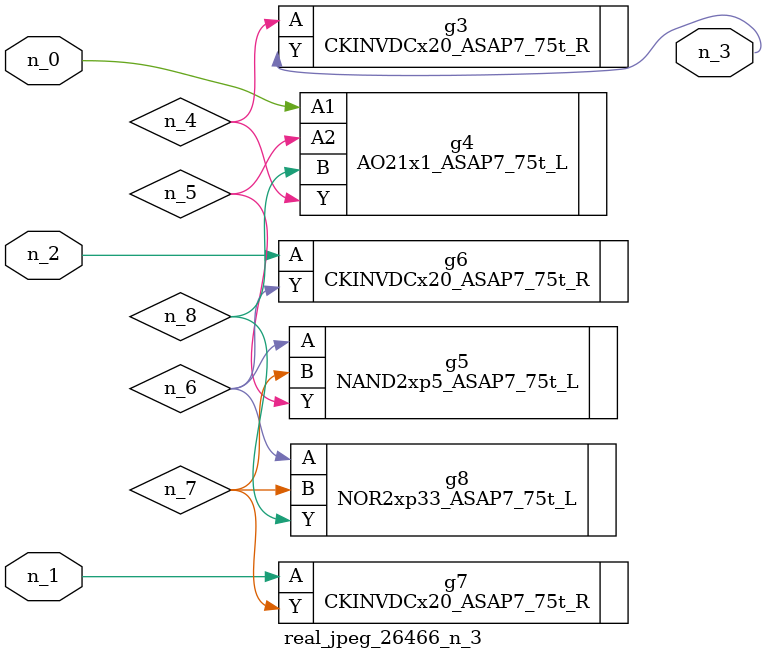
<source format=v>
module real_jpeg_26466_n_3 (n_1, n_0, n_2, n_3);

input n_1;
input n_0;
input n_2;

output n_3;

wire n_5;
wire n_8;
wire n_4;
wire n_6;
wire n_7;

AO21x1_ASAP7_75t_L g4 ( 
.A1(n_0),
.A2(n_5),
.B(n_8),
.Y(n_4)
);

CKINVDCx20_ASAP7_75t_R g7 ( 
.A(n_1),
.Y(n_7)
);

CKINVDCx20_ASAP7_75t_R g6 ( 
.A(n_2),
.Y(n_6)
);

CKINVDCx20_ASAP7_75t_R g3 ( 
.A(n_4),
.Y(n_3)
);

NAND2xp5_ASAP7_75t_L g5 ( 
.A(n_6),
.B(n_7),
.Y(n_5)
);

NOR2xp33_ASAP7_75t_L g8 ( 
.A(n_6),
.B(n_7),
.Y(n_8)
);


endmodule
</source>
